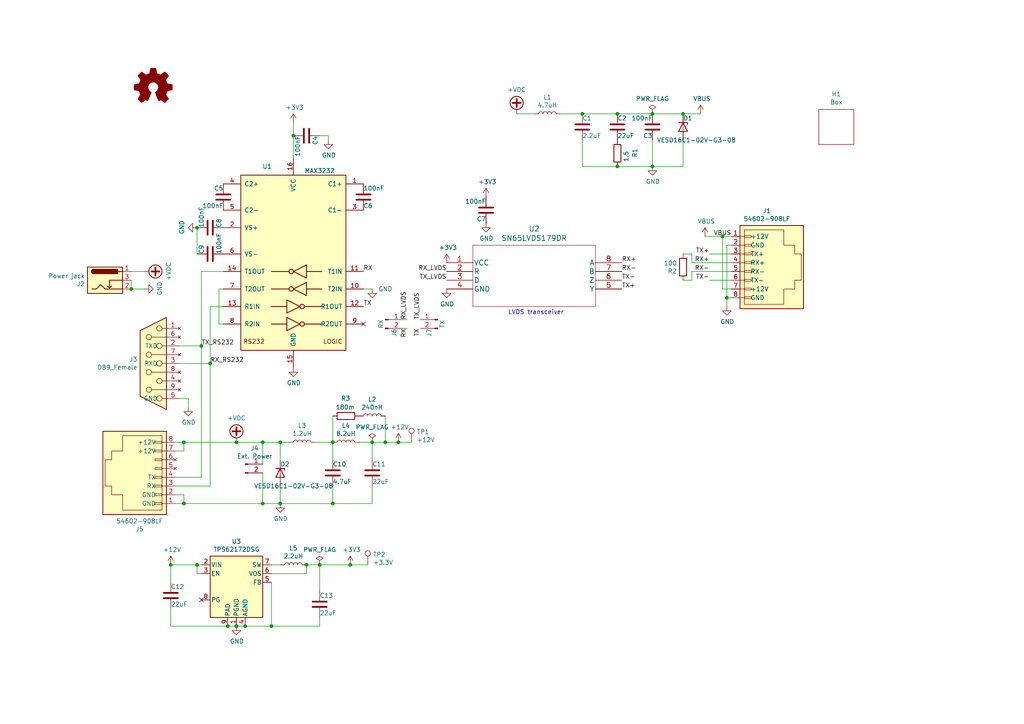
<source format=kicad_sch>
(kicad_sch (version 20211123) (generator eeschema)
  (paper "A4")
  (title_block (title "horOpenVario serial converter for IMU board") (date "12-Jul-2020") (rev "0.1") (company "OpenVario.org") (comment 1 "Licensed under CERN OHL v.1.2 or later") (comment 2 "(c) Kai Horstmann 2020") (comment 3 "This is a converter from RS-232 or TTL to LVDS") (comment 4 "Serial converter for Sensor board of OpenVario"))
  (lib_symbols
    (symbol "Connector:Barrel_Jack_Switch" (pin_names hide)
      (property "Reference" "J" (at 0 5.334 0))
      (property "Value" "Barrel_Jack_Switch" (at 0 -5.08 0))
      (symbol "Barrel_Jack_Switch_1_1"
        (pin passive line (at 7.62 2.54 180) (length 2.54) (name "~") (number "1"))
        (pin passive line (at 7.62 -2.54 180) (length 2.54) (name "~") (number "2"))
        (pin passive line (at 7.62 0 180) (length 2.54) (name "~") (number "3"))
      )
    )
    (symbol "Connector:Conn_01x02_Male" (pin_names (offset 1.016) hide)
      (property "Reference" "J" (at 0 2.54 0))
      (property "Value" "Conn_01x02_Male" (at 0 -5.08 0))
      (symbol "Conn_01x02_Male_1_1"
        (pin passive line (at 5.08 0 180) (length 3.81) (name "Pin_1") (number "1"))
        (pin passive line (at 5.08 -2.54 180) (length 3.81) (name "Pin_2") (number "2"))
      )
    )
    (symbol "Connector:TestPoint" (pin_numbers hide) (pin_names (offset 0.762) hide)
      (property "Reference" "TP" (at 0 6.858 0))
      (property "Value" "TestPoint" (at 0 5.08 0))
      (symbol "TestPoint_1_1"
        (pin passive line (at 0 0 90) (length 2.54) (name "1") (number "1"))
      )
    )
    (symbol "Device:C" (pin_numbers hide) (pin_names (offset 0.254))
      (property "Reference" "C" (at 0.635 2.54 0))
      (property "Value" "C" (at 0.635 -2.54 0))
      (symbol "C_1_1"
        (pin passive line (at 0 3.81 270) (length 2.794) (name "~") (number "1"))
        (pin passive line (at 0 -3.81 90) (length 2.794) (name "~") (number "2"))
      )
    )
    (symbol "Device:D_Zener" (pin_numbers hide) (pin_names (offset 1.016) hide)
      (property "Reference" "D" (at 0 2.54 0))
      (property "Value" "D_Zener" (at 0 -2.54 0))
      (symbol "D_Zener_1_1"
        (pin passive line (at -3.81 0 0) (length 2.54) (name "K") (number "1"))
        (pin passive line (at 3.81 0 180) (length 2.54) (name "A") (number "2"))
      )
    )
    (symbol "Device:L" (pin_numbers hide) (pin_names (offset 1.016) hide)
      (property "Reference" "L" (at -1.27 0 90))
      (property "Value" "L" (at 1.905 0 90))
      (symbol "L_1_1"
        (pin passive line (at 0 3.81 270) (length 1.27) (name "1") (number "1"))
        (pin passive line (at 0 -3.81 90) (length 1.27) (name "2") (number "2"))
      )
    )
    (symbol "Device:R" (pin_numbers hide) (pin_names (offset 0))
      (property "Reference" "R" (at 2.032 0 90))
      (property "Value" "R" (at 0 0 90))
      (symbol "R_1_1"
        (pin passive line (at 0 3.81 270) (length 1.27) (name "~") (number "1"))
        (pin passive line (at 0 -3.81 90) (length 1.27) (name "~") (number "2"))
      )
    )
    (symbol "Graphic:Logo_Open_Hardware_Small" (pin_names (offset 1.016)))
    (symbol "Interface_UART:MAX3232" (pin_names (offset 1.016))
      (property "Reference" "U" (at -2.54 28.575 0))
      (property "Value" "MAX3232" (at -2.54 26.67 0))
      (symbol "MAX3232_0_0"
        (text "LOGIC" (at -11.43 -22.86 0) (effects (font (size 1.27 1.27))))
        (text "RS232" (at 11.43 -22.86 0) (effects (font (size 1.27 1.27))))
      )
      (symbol "MAX3232_1_1"
        (pin passive line (at -20.32 22.86 0) (length 5.08) (name "C1+") (number "1"))
        (pin input line (at -20.32 -7.62 0) (length 5.08) (name "T2IN") (number "10"))
        (pin input line (at -20.32 -2.54 0) (length 5.08) (name "T1IN") (number "11"))
        (pin output line (at -20.32 -12.7 0) (length 5.08) (name "R1OUT") (number "12"))
        (pin input line (at 20.32 -12.7 180) (length 5.08) (name "R1IN") (number "13"))
        (pin output line (at 20.32 -2.54 180) (length 5.08) (name "T1OUT") (number "14"))
        (pin power_in line (at 0 -30.48 90) (length 5.08) (name "GND") (number "15"))
        (pin power_in line (at 0 30.48 270) (length 5.08) (name "VCC") (number "16"))
        (pin power_out line (at 20.32 10.16 180) (length 5.08) (name "VS+") (number "2"))
        (pin passive line (at -20.32 15.24 0) (length 5.08) (name "C1-") (number "3"))
        (pin passive line (at 20.32 22.86 180) (length 5.08) (name "C2+") (number "4"))
        (pin passive line (at 20.32 15.24 180) (length 5.08) (name "C2-") (number "5"))
        (pin power_out line (at 20.32 2.54 180) (length 5.08) (name "VS-") (number "6"))
        (pin output line (at 20.32 -7.62 180) (length 5.08) (name "T2OUT") (number "7"))
        (pin input line (at 20.32 -17.78 180) (length 5.08) (name "R2IN") (number "8"))
        (pin output line (at -20.32 -17.78 0) (length 5.08) (name "R2OUT") (number "9"))
      )
    )
    (symbol "Regulator_Switching:TPS62172DSG" (pin_names (offset 0.254))
      (property "Reference" "U" (at -7.62 11.43 0))
      (property "Value" "TPS62172DSG" (at -1.27 11.43 0))
      (symbol "TPS62172DSG_1_1"
        (pin power_in line (at 0 -10.16 90) (length 2.54) (name "PGND") (number "1"))
        (pin power_in line (at -10.16 7.62 0) (length 2.54) (name "VIN") (number "2"))
        (pin input line (at -10.16 5.08 0) (length 2.54) (name "EN") (number "3"))
        (pin power_in line (at 2.54 -10.16 90) (length 2.54) (name "AGND") (number "4"))
        (pin input line (at 10.16 2.54 180) (length 2.54) (name "FB") (number "5"))
        (pin input line (at 10.16 5.08 180) (length 2.54) (name "VOS") (number "6"))
        (pin output line (at 10.16 7.62 180) (length 2.54) (name "SW") (number "7"))
        (pin open_collector line (at -10.16 -2.54 0) (length 2.54) (name "PG") (number "8"))
        (pin power_in line (at -2.54 -10.16 90) (length 2.54) (name "PAD") (number "9"))
      )
    )
    (symbol "hovImuBoard:Box" (pin_names (offset 1.016))
      (property "Reference" "H" (at 0 0 0))
      (property "Value" "Box" (at 0 2.54 0))
    )
    (symbol "hovImuBoard:DB9_Female_RS-232-DCE" (pin_names (offset 2.54))
      (property "Reference" "J" (at 0 13.97 0))
      (property "Value" "DB9_Female_RS-232-DCE" (at 0 -14.605 0))
      (symbol "DB9_Female_RS-232-DCE_1_1"
        (pin no_connect line (at -7.62 10.16 0) (length 3.81) (name "~") (number "1"))
        (pin passive line (at -7.62 5.08 0) (length 3.81) (name "TXD") (number "2"))
        (pin passive line (at -7.62 0 0) (length 3.81) (name "RXD") (number "3"))
        (pin no_connect line (at -7.62 -5.08 0) (length 3.81) (name "~") (number "4"))
        (pin power_in line (at -7.62 -10.16 0) (length 3.81) (name "GND") (number "5"))
        (pin no_connect line (at -7.62 7.62 0) (length 3.81) (name "~") (number "6"))
        (pin no_connect line (at -7.62 2.54 0) (length 3.81) (name "~") (number "7"))
        (pin no_connect line (at -7.62 -2.54 0) (length 3.81) (name "~") (number "8"))
        (pin no_connect line (at -7.62 -7.62 0) (length 3.81) (name "~") (number "9"))
      )
    )
    (symbol "hovImuBoard:RJ-45-IGC-DCE-Recorder" (pin_names (offset 3.048))
      (property "Reference" "J" (at -10.922 9.144 0))
      (property "Value" "RJ-45-IGC-DCE-Recorder" (at 1.27 -2.032 0))
      (symbol "RJ-45-IGC-DCE-Recorder_1_1"
        (pin passive line (at -7.62 10.16 270) (length 2.54) (name "GND") (number "1"))
        (pin power_out line (at -5.08 10.16 270) (length 2.54) (name "GND") (number "2"))
        (pin output line (at -2.54 10.16 270) (length 2.54) (name "RX") (number "3"))
        (pin input line (at 0 10.16 270) (length 2.54) (name "TX") (number "4"))
        (pin no_connect line (at 2.54 10.16 270) (length 2.54) (name "~") (number "5"))
        (pin no_connect line (at 5.08 10.16 270) (length 2.54) (name "~") (number "6"))
        (pin power_out line (at 7.62 10.16 270) (length 2.54) (name "+12V") (number "7"))
        (pin passive line (at 10.16 10.16 270) (length 2.54) (name "+12V") (number "8"))
      )
    )
    (symbol "hovImuBoard:RJ-45-hovIMUBoard-DTE-PC" (pin_names (offset 3.048))
      (property "Reference" "J" (at -10.922 9.144 0))
      (property "Value" "RJ-45-hovIMUBoard-DTE-PC" (at 1.27 -2.032 0))
      (symbol "RJ-45-hovIMUBoard-DTE-PC_1_1"
        (pin power_in line (at -7.62 10.16 270) (length 2.54) (name "+12V") (number "1"))
        (pin power_in line (at -5.08 10.16 270) (length 2.54) (name "GND") (number "2"))
        (pin input line (at -2.54 10.16 270) (length 2.54) (name "TX+") (number "3"))
        (pin output line (at 0 10.16 270) (length 2.54) (name "RX+") (number "4"))
        (pin output line (at 2.54 10.16 270) (length 2.54) (name "RX-") (number "5"))
        (pin input line (at 5.08 10.16 270) (length 2.54) (name "TX-") (number "6"))
        (pin power_in line (at 7.62 10.16 270) (length 2.54) (name "+12V") (number "7"))
        (pin power_in line (at 10.16 10.16 270) (length 2.54) (name "GND") (number "8"))
      )
    )
    (symbol "hovImuBoard:SN65HVD32DR" (pin_names (offset 0.254))
      (property "Reference" "U" (at 25.4 10.16 0))
      (property "Value" "SN65HVD32DR" (at 25.4 7.62 0))
      (symbol "SN65HVD32DR_1_0"
        (pin power_in line (at 0 0 0) (length 7.62) (name "VCC") (number "1"))
        (pin output line (at 0 -2.54 0) (length 7.62) (name "R") (number "2"))
        (pin input line (at 0 -5.08 0) (length 7.62) (name "D") (number "3"))
        (pin power_in line (at 0 -7.62 0) (length 7.62) (name "GND") (number "4"))
        (pin output line (at 50.8 -7.62 180) (length 7.62) (name "Y") (number "5"))
        (pin output line (at 50.8 -5.08 180) (length 7.62) (name "Z") (number "6"))
        (pin input line (at 50.8 -2.54 180) (length 7.62) (name "B") (number "7"))
        (pin input line (at 50.8 0 180) (length 7.62) (name "A") (number "8"))
      )
    )
    (symbol "power:+12V" (power) (pin_names (offset 0))
      (property "Value" "+12V" (at 0 3.556 0))
      (symbol "+12V_1_1"
        (pin power_in line (at 0 0 90) (length 0) hide (name "+12V") (number "1"))
      )
    )
    (symbol "power:+3.3V" (power) (pin_names (offset 0))
      (property "Value" "+3.3V" (at 0 3.556 0))
      (symbol "+3.3V_1_1"
        (pin power_in line (at 0 0 90) (length 0) hide (name "+3V3") (number "1"))
      )
    )
    (symbol "power:+VDC" (power) (pin_names (offset 0))
      (property "Value" "+VDC" (at 0 6.35 0))
      (symbol "+VDC_1_1"
        (pin power_in line (at 0 0 90) (length 0) hide (name "+VDC") (number "1"))
      )
    )
    (symbol "power:GND" (power) (pin_names (offset 0))
      (property "Value" "GND" (at 0 -3.81 0))
      (symbol "GND_1_1"
        (pin power_in line (at 0 0 270) (length 0) hide (name "GND") (number "1"))
      )
    )
    (symbol "power:PWR_FLAG" (power) (pin_numbers hide) (pin_names (offset 0) hide)
      (property "Value" "PWR_FLAG" (at 0 3.81 0))
      (symbol "PWR_FLAG_0_0"
        (pin power_out line (at 0 0 90) (length 0) (name "pwr") (number "1"))
      )
    )
    (symbol "power:VBUS" (power) (pin_names (offset 0))
      (property "Value" "VBUS" (at 0 3.81 0))
      (symbol "VBUS_1_1"
        (pin power_in line (at 0 0 90) (length 0) hide (name "VBUS") (number "1"))
      )
    )
  )
  (junction (at 60.96 105.41))
  (junction (at 179.07 48.26))
  (junction (at 115.57 128.27))
  (junction (at 111.76 128.27))
  (junction (at 71.12 181.61))
  (junction (at 81.28 146.05))
  (junction (at 107.95 128.27))
  (junction (at 198.12 33.02))
  (junction (at 53.34 146.05))
  (junction (at 189.23 48.26))
  (junction (at 210.82 86.36))
  (junction (at 57.15 66.04))
  (junction (at 38.1 83.82))
  (junction (at 189.23 33.02))
  (junction (at 76.2 146.05))
  (junction (at 92.71 163.83))
  (junction (at 209.55 68.58))
  (junction (at 68.58 181.61))
  (junction (at 88.9 163.83))
  (junction (at 78.74 181.61))
  (junction (at 96.52 146.05))
  (junction (at 53.34 128.27))
  (junction (at 168.91 33.02))
  (junction (at 57.15 163.83))
  (junction (at 49.53 163.83))
  (junction (at 58.42 100.33))
  (junction (at 101.6 163.83))
  (junction (at 66.04 181.61))
  (junction (at 68.58 128.27))
  (junction (at 96.52 128.27))
  (junction (at 81.28 128.27))
  (junction (at 179.07 33.02))
  (junction (at 85.09 39.37))
  (junction (at 76.2 128.27))
  (no_connect (at 105.41 93.98))
  (no_connect (at 58.42 173.99))
  (wire (pts (xy 53.34 128.27) (xy 50.8 128.27)))
  (wire (pts (xy 78.74 168.91) (xy 78.74 181.61)))
  (wire (pts (xy 76.2 137.16) (xy 76.2 146.05)))
  (wire (pts (xy 101.6 163.83) (xy 106.68 163.83)))
  (wire (pts (xy 88.9 166.37) (xy 88.9 163.83)))
  (wire (pts (xy 209.55 83.82) (xy 209.55 68.58)))
  (wire (pts (xy 57.15 166.37) (xy 58.42 166.37)))
  (wire (pts (xy 212.09 81.28) (xy 205.74 81.28)))
  (wire (pts (xy 50.8 138.43) (xy 58.42 138.43)))
  (wire (pts (xy 212.09 86.36) (xy 210.82 86.36)))
  (wire (pts (xy 58.42 100.33) (xy 58.42 78.74)))
  (wire (pts (xy 85.09 39.37) (xy 85.09 35.56)))
  (wire (pts (xy 189.23 40.64) (xy 189.23 48.26)))
  (wire (pts (xy 49.53 163.83) (xy 49.53 168.91)))
  (wire (pts (xy 50.8 146.05) (xy 53.34 146.05)))
  (wire (pts (xy 149.86 33.02) (xy 154.94 33.02)))
  (wire (pts (xy 71.12 181.61) (xy 78.74 181.61)))
  (wire (pts (xy 209.55 68.58) (xy 212.09 68.58)))
  (wire (pts (xy 49.53 176.53) (xy 49.53 181.61)))
  (wire (pts (xy 189.23 33.02) (xy 198.12 33.02)))
  (wire (pts (xy 198.12 40.64) (xy 198.12 48.26)))
  (wire (pts (xy 104.14 128.27) (xy 107.95 128.27)))
  (wire (pts (xy 57.15 166.37) (xy 57.15 163.83)))
  (wire (pts (xy 198.12 81.28) (xy 200.66 81.28)))
  (wire (pts (xy 52.07 100.33) (xy 58.42 100.33)))
  (wire (pts (xy 68.58 128.27) (xy 76.2 128.27)))
  (wire (pts (xy 50.8 130.81) (xy 53.34 130.81)))
  (wire (pts (xy 179.07 48.26) (xy 168.91 48.26)))
  (wire (pts (xy 116.84 95.25) (xy 118.11 95.25)))
  (wire (pts (xy 111.76 128.27) (xy 111.76 120.65)))
  (wire (pts (xy 81.28 128.27) (xy 81.28 133.35)))
  (wire (pts (xy 200.66 81.28) (xy 200.66 78.74)))
  (wire (pts (xy 78.74 181.61) (xy 92.71 181.61)))
  (wire (pts (xy 81.28 128.27) (xy 83.82 128.27)))
  (wire (pts (xy 57.15 163.83) (xy 58.42 163.83)))
  (wire (pts (xy 168.91 48.26) (xy 168.91 40.64)))
  (wire (pts (xy 96.52 128.27) (xy 96.52 133.35)))
  (wire (pts (xy 50.8 143.51) (xy 53.34 143.51)))
  (wire (pts (xy 76.2 128.27) (xy 81.28 128.27)))
  (wire (pts (xy 49.53 163.83) (xy 57.15 163.83)))
  (wire (pts (xy 212.09 83.82) (xy 209.55 83.82)))
  (wire (pts (xy 38.1 78.74) (xy 41.91 78.74)))
  (wire (pts (xy 52.07 105.41) (xy 60.96 105.41)))
  (wire (pts (xy 200.66 78.74) (xy 212.09 78.74)))
  (wire (pts (xy 76.2 146.05) (xy 81.28 146.05)))
  (wire (pts (xy 96.52 128.27) (xy 96.52 120.65)))
  (wire (pts (xy 92.71 179.07) (xy 92.71 181.61)))
  (wire (pts (xy 96.52 146.05) (xy 96.52 140.97)))
  (wire (pts (xy 212.09 71.12) (xy 210.82 71.12)))
  (wire (pts (xy 76.2 134.62) (xy 76.2 128.27)))
  (wire (pts (xy 92.71 163.83) (xy 101.6 163.83)))
  (wire (pts (xy 58.42 138.43) (xy 58.42 100.33)))
  (wire (pts (xy 68.58 181.61) (xy 71.12 181.61)))
  (wire (pts (xy 189.23 48.26) (xy 179.07 48.26)))
  (wire (pts (xy 200.66 76.2) (xy 212.09 76.2)))
  (wire (pts (xy 38.1 83.82) (xy 41.91 83.82)))
  (wire (pts (xy 179.07 33.02) (xy 189.23 33.02)))
  (wire (pts (xy 198.12 33.02) (xy 203.2 33.02)))
  (wire (pts (xy 49.53 181.61) (xy 66.04 181.61)))
  (wire (pts (xy 78.74 166.37) (xy 88.9 166.37)))
  (wire (pts (xy 66.04 181.61) (xy 68.58 181.61)))
  (wire (pts (xy 116.84 92.71) (xy 118.11 92.71)))
  (wire (pts (xy 58.42 78.74) (xy 64.77 78.74)))
  (wire (pts (xy 63.5 83.82) (xy 63.5 93.98)))
  (wire (pts (xy 53.34 128.27) (xy 68.58 128.27)))
  (wire (pts (xy 60.96 88.9) (xy 60.96 105.41)))
  (wire (pts (xy 200.66 73.66) (xy 200.66 76.2)))
  (wire (pts (xy 210.82 86.36) (xy 210.82 88.9)))
  (wire (pts (xy 105.41 83.82) (xy 107.95 83.82)))
  (wire (pts (xy 162.56 33.02) (xy 168.91 33.02)))
  (wire (pts (xy 53.34 146.05) (xy 76.2 146.05)))
  (wire (pts (xy 96.52 146.05) (xy 107.95 146.05)))
  (wire (pts (xy 210.82 71.12) (xy 210.82 86.36)))
  (wire (pts (xy 107.95 133.35) (xy 107.95 128.27)))
  (wire (pts (xy 198.12 73.66) (xy 200.66 73.66)))
  (wire (pts (xy 60.96 105.41) (xy 60.96 140.97)))
  (wire (pts (xy 85.09 45.72) (xy 85.09 39.37)))
  (wire (pts (xy 38.1 81.28) (xy 38.1 83.82)))
  (wire (pts (xy 50.8 140.97) (xy 60.96 140.97)))
  (wire (pts (xy 54.61 115.57) (xy 54.61 118.11)))
  (wire (pts (xy 88.9 163.83) (xy 92.71 163.83)))
  (wire (pts (xy 107.95 146.05) (xy 107.95 140.97)))
  (wire (pts (xy 92.71 171.45) (xy 92.71 163.83)))
  (wire (pts (xy 53.34 130.81) (xy 53.34 128.27)))
  (wire (pts (xy 212.09 73.66) (xy 205.74 73.66)))
  (wire (pts (xy 57.15 73.66) (xy 57.15 66.04)))
  (wire (pts (xy 115.57 128.27) (xy 119.38 128.27)))
  (wire (pts (xy 107.95 128.27) (xy 111.76 128.27)))
  (wire (pts (xy 168.91 33.02) (xy 179.07 33.02)))
  (wire (pts (xy 81.28 146.05) (xy 96.52 146.05)))
  (wire (pts (xy 52.07 115.57) (xy 54.61 115.57)))
  (wire (pts (xy 91.44 128.27) (xy 96.52 128.27)))
  (wire (pts (xy 53.34 143.51) (xy 53.34 146.05)))
  (wire (pts (xy 204.47 68.58) (xy 209.55 68.58)))
  (wire (pts (xy 92.71 39.37) (xy 95.25 39.37)))
  (wire (pts (xy 64.77 83.82) (xy 63.5 83.82)))
  (wire (pts (xy 198.12 48.26) (xy 189.23 48.26)))
  (wire (pts (xy 63.5 93.98) (xy 64.77 93.98)))
  (wire (pts (xy 115.57 128.27) (xy 111.76 128.27)))
  (wire (pts (xy 60.96 88.9) (xy 64.77 88.9)))
  (wire (pts (xy 78.74 163.83) (xy 81.28 163.83)))
  (wire (pts (xy 95.25 39.37) (xy 95.25 40.64)))
  (wire (pts (xy 81.28 140.97) (xy 81.28 146.05)))
  (text "LVDS transceiver" (at 147.32 91.44 0) (effects (font (size 1.27 1.27)) (justify left bottom)))
  (label "TX-" (at 180.34 81.28 0))
  (label "TX_LVDS" (at 129.54 81.28 180))
  (label "TX" (at 121.92 95.25 270))
  (label "TX-" (at 205.74 81.28 180))
  (label "RX_LVDS" (at 129.54 78.74 180))
  (label "RX-" (at 180.34 78.74 0))
  (label "TX" (at 105.41 88.9 0))
  (label "RX-" (at 205.74 78.74 180))
  (label "RX" (at 118.11 95.25 270))
  (label "RX+" (at 180.34 76.2 0))
  (label "RX_LVDS" (at 118.11 92.71 90))
  (label "RX_RS232" (at 60.96 105.41 0))
  (label "TX+" (at 180.34 83.82 0))
  (label "TX_LVDS" (at 121.92 92.71 90))
  (label "VBUS" (at 212.09 68.58 180))
  (label "RX" (at 105.41 78.74 0))
  (label "TX+" (at 205.74 73.66 180))
  (label "RX+" (at 205.74 76.2 180))
  (label "TX_RS232" (at 58.42 100.33 0))
  (symbol (lib_id "hovImuBoard:RJ-45-hovIMUBoard-DTE-PC") (at 222.25 76.2 90) (mirror x) (unit 1)
    (property "Reference" "J1" (at 222.4024 61.1632 90))
    (property "Value" "54602-908LF" (at 222.4024 63.4746 90))
    (property "Footprint" "hovImuBoard:Ethernet_Jack_54602-908LF" (effects hide))
    (property "Digi-Key_PN" "609-1046-ND" (effects hide))
    (property "MPN" "54602-908LF" (effects hide))
    (property "Description" "CONN MOD JACK 8P8C R/A UNSHLD" (effects hide))
    (property "Manufacturer" "Amphenol ICC (FCI)" (effects hide))
  )
  (symbol (lib_id "power:GND") (at 81.28 146.05 0) (unit 1)
    (property "Reference" "#PWR020" (effects hide))
    (property "Value" "GND" (at 81.407 150.4442 0))
  )
  (symbol (lib_id "power:GND") (at 140.97 64.77 0) (unit 1)
    (property "Reference" "#PWR07" (effects hide))
    (property "Value" "GND" (at 141.097 69.1642 0))
  )
  (symbol (lib_id "hovImuBoard:SN65HVD32DR") (at 129.54 76.2 0) (unit 1)
    (property "Reference" "U2" (at 154.94 66.3702 0) (effects (font (size 1.524 1.524))))
    (property "Value" "SN65LVDS179DR" (at 154.94 69.0626 0) (effects (font (size 1.524 1.524))))
    (property "Footprint" "Package_SO:SOIC-8_3.9x4.9mm_P1.27mm" (effects hide))
    (property "Datasheet" "http://www.ti.com/general/docs/suppproductinfo.tsp?distId=10&gotoUrl=http%3A%2F%2Fwww.ti.com%2Flit%2Fgpn%2Fsn65lvds050" (effects hide))
    (property "Digi-Key_PN" "296-46329-1-ND" (effects hide))
    (property "MPN" "SN65LVDS179DR" (effects hide))
    (property "Manufacturer" "Texas Instruments" (effects hide))
    (property "Description" "LVDS TRANSCEIVER FULL 1/1 8SOIC" (effects hide))
  )
  (symbol (lib_id "power:PWR_FLAG") (at 107.95 128.27 0) (unit 1)
    (property "Reference" "#FLG01" (effects hide))
    (property "Value" "PWR_FLAG" (at 107.95 123.8758 0))
  )
  (symbol (lib_id "Regulator_Switching:TPS62172DSG") (at 68.58 171.45 0) (unit 1)
    (property "Reference" "U3" (at 68.58 157.0482 0))
    (property "Value" "TPS62172DSG" (at 68.58 159.3596 0))
    (property "Footprint" "Package_SON:WSON-8-1EP_2x2mm_P0.5mm_EP0.9x1.6mm_ThermalVias" (effects hide))
    (property "Datasheet" "http://www.ti.com/lit/ds/symlink/tps62170.pdf" (effects hide))
    (property "Digi-Key_PN" "296-39449-1-ND" (effects hide))
    (property "MPN" "TPS62172DSGR" (effects hide))
    (property "Manufacturer" "Texas Instruments" (effects hide))
    (property "Description" "IC REG BUCK 3.3V 500MA 8WSON" (effects hide))
  )
  (symbol (lib_id "Device:C") (at 140.97 60.96 0) (unit 1)
    (property "Reference" "C7" (at 140.97 63.5 0) (effects (justify right)))
    (property "Value" "100nF" (at 140.97 58.42 0) (effects (justify right)))
    (property "Footprint" "Capacitor_SMD:C_0603_1608Metric" (effects hide))
    (property "Datasheet" "https://www.yageo.com/upload/media/product/productsearch/datasheet/mlcc/UPY-GPHC_X7R_6.3V-to-50V_18.pdf" (effects hide))
    (property "Digi-Key_PN" "311-1341-1-ND" (effects hide))
    (property "MPN" "CC0603KRX7R8BB104" (effects hide))
    (property "Manufacturer" "Yageo" (effects hide))
    (property "Description" "CAP CER 0.1UF 25V X7R 0603" (effects hide))
  )
  (symbol (lib_id "Device:D_Zener") (at 81.28 137.16 270) (unit 1)
    (property "Reference" "D2" (at 81.28 134.62 90) (effects (justify left)))
    (property "Value" "VESD16C1-02V-G3-08" (at 73.66 140.97 90) (effects (justify left)))
    (property "Footprint" "Diode_SMD:D_SOD-523" (effects hide))
    (property "Datasheet" "http://www.vishay.com/docs/86130/vesd01c1-02vtovesd33c1-02v.pdf" (effects hide))
    (property "Digi-Key_PN" "VESD16C1-02V-G3-08GICT-ND" (effects hide))
    (property "MPN" "VESD16C1-02V-G3-08" (effects hide))
    (property "Manufacturer" "Vishay Semiconductor Diodes Division" (effects hide))
    (property "Description" "ESD PROTECTION DIODE 17V 6.3A SOD-523" (effects hide))
  )
  (symbol (lib_id "power:+12V") (at 115.57 128.27 0) (unit 1)
    (property "Reference" "#PWR019" (effects hide))
    (property "Value" "+12V" (at 115.951 123.8758 0))
  )
  (symbol (lib_id "Device:R") (at 198.12 77.47 180) (unit 1)
    (property "Reference" "R2" (at 196.342 78.6384 0) (effects (justify left)))
    (property "Value" "100" (at 196.342 76.327 0) (effects (justify left)))
    (property "Footprint" "Resistor_SMD:R_0603_1608Metric" (effects hide))
    (property "Datasheet" "https://industrial.panasonic.com/cdbs/www-data/pdf/RDO0000/AOA0000C331.pdf" (effects hide))
    (property "Digi-Key_PN" "P100BYCT-ND" (effects hide))
    (property "MPN" "ERJ-PA3F1000V" (effects hide))
    (property "Manufacturer" "Panasonic Electronic Components" (effects hide))
    (property "Description" "RES SMD 100 OHM 1% 1/4W 0603" (effects hide))
  )
  (symbol (lib_id "Device:R") (at 100.33 120.65 90) (unit 1)
    (property "Reference" "R3" (at 101.6 115.57 90) (effects (justify left)))
    (property "Value" "180m" (at 102.87 118.11 90) (effects (justify left)))
    (property "Footprint" "Resistor_SMD:R_0805_2012Metric" (effects hide))
    (property "Datasheet" "https://industrial.panasonic.com/cdbs/www-data/pdf/RDN0000/AOA0000C313.pdf" (effects hide))
    (property "Digi-Key_PN" "P19314CT-ND" (effects hide))
    (property "MPN" "ERJ-6DSFR18V" (effects hide))
    (property "Manufacturer" "Panasonic Electronic Components" (effects hide))
    (property "Description" "RES 0.18 OHM 1% 1/2W 0805" (effects hide))
  )
  (symbol (lib_id "Device:L") (at 85.09 163.83 90) (unit 1)
    (property "Reference" "L5" (at 85.09 159.004 90))
    (property "Value" "2.2uH" (at 85.09 161.3154 90))
    (property "Footprint" "hovImuBoard:IND_LQH3NPN2R2MMEL" (effects hide))
    (property "Datasheet" "https://www.yuden.co.jp/productdata/catalog/wound04_e.pdf" (effects hide))
    (property "Digi-Key_PN" "490-15950-1-ND" (effects hide))
    (property "MPN" "LQH3NPN2R2MMEL" (effects hide))
    (property "Manufacturer" "Murata Electronics" (effects hide))
    (property "Description" "FIXED IND 2.2UH 2.1A 78 MOHM" (effects hide))
  )
  (symbol (lib_id "Device:C") (at 49.53 172.72 180) (unit 1)
    (property "Reference" "C12" (at 49.53 170.18 0) (effects (justify right)))
    (property "Value" "22uF" (at 49.53 175.26 0) (effects (justify right)))
    (property "Footprint" "Capacitor_SMD:C_1210_3225Metric" (effects hide))
    (property "Datasheet" "http://www.samsungsem.com/kr/support/product-search/mlcc/CL32B226KAJNNNE.jsp" (effects hide))
    (property "Digi-Key_PN" "1276-3392-1-ND" (effects hide))
    (property "MPN" "CL32B226KAJNNNE" (effects hide))
    (property "Manufacturer" "Samsung Electro-Mechanics" (effects hide))
    (property "Description" "CAP CER 22UF 25V X7R 1210" (effects hide))
  )
  (symbol (lib_id "power:GND") (at 68.58 181.61 0) (unit 1)
    (property "Reference" "#PWR023" (effects hide))
    (property "Value" "GND" (at 68.707 186.0042 0))
  )
  (symbol (lib_id "Device:C") (at 96.52 137.16 180) (unit 1)
    (property "Reference" "C10" (at 96.52 134.62 0) (effects (justify right)))
    (property "Value" "4.7uF" (at 96.52 139.7 0) (effects (justify right)))
    (property "Footprint" "Capacitor_SMD:C_1206_3216Metric" (effects hide))
    (property "Datasheet" "https://api.kemet.com/component-edge/download/datasheet/C1206C475K3RACTU.pdf" (effects hide))
    (property "Digi-Key_PN" "399-8204-1-ND" (effects hide))
    (property "MPN" "C1206C475K3RACTU" (effects hide))
    (property "Manufacturer" "KEMET" (effects hide))
    (property "Description" "CAP CER 4.7UF 25V X7R 1206" (effects hide))
  )
  (symbol (lib_id "Device:L") (at 87.63 128.27 90) (unit 1)
    (property "Reference" "L3" (at 87.63 123.444 90))
    (property "Value" "1.2uH" (at 87.63 125.7554 90))
    (property "Footprint" "hovImuBoard:IND_1231AS-H-1R2N=P3" (effects hide))
    (property "Datasheet" "https://www.murata.com/~/media/webrenewal/products/inductor/chip/tokoproducts/wirewoundferritetypeforpl/m_dem3518c.ashx" (effects hide))
    (property "Digi-Key_PN" "490-14180-1-ND" (effects hide))
    (property "MPN" "1231AS-H-1R2N=P3" (effects hide))
    (property "Manufacturer" "Murata Electronics" (effects hide))
    (property "Description" "FIXED IND 1.2UH 2.9A 36 MOHM" (effects hide))
  )
  (symbol (lib_id "power:+VDC") (at 68.58 128.27 0) (unit 1)
    (property "Reference" "#PWR018" (effects hide))
    (property "Value" "+VDC" (at 68.58 121.285 0))
  )
  (symbol (lib_id "Connector:Conn_01x02_Male") (at 71.12 134.62 0) (unit 1)
    (property "Reference" "J4" (at 73.8632 130.0226 0))
    (property "Value" "Ext. Power" (at 73.8632 132.334 0))
    (property "Footprint" "Connector_PinHeader_2.54mm:PinHeader_1x02_P2.54mm_Vertical" (effects hide))
    (property "Description" "PinHeader1x02 P2.54mm Vertical" (effects hide))
  )
  (symbol (lib_id "Connector:TestPoint") (at 119.38 128.27 0) (unit 1)
    (property "Reference" "TP1" (at 120.8532 125.2728 0) (effects (justify left)))
    (property "Value" "+12V" (at 120.8532 127.5842 0) (effects (justify left)))
    (property "Footprint" "TestPoint:TestPoint_THTPad_D1.0mm_Drill0.5mm" (effects hide))
  )
  (symbol (lib_id "power:+3.3V") (at 101.6 163.83 0) (unit 1)
    (property "Reference" "#PWR022" (effects hide))
    (property "Value" "+3.3V" (at 101.981 159.4358 0))
  )
  (symbol (lib_id "Graphic:Logo_Open_Hardware_Small") (at 44.45 25.4 0) (unit 1)
    (property "Reference" "LOGO1" (effects hide))
    (property "Value" "Logo_Open_Hardware_Small" (effects hide))
    (property "Footprint" "Symbol:OSHW-Symbol_6.7x6mm_SilkScreen" (effects hide))
  )
  (symbol (lib_id "Connector:TestPoint") (at 106.68 163.83 0) (unit 1)
    (property "Reference" "TP2" (at 108.1532 160.8328 0) (effects (justify left)))
    (property "Value" "+3.3V" (at 108.1532 163.1442 0) (effects (justify left)))
    (property "Footprint" "TestPoint:TestPoint_THTPad_D1.0mm_Drill0.5mm" (effects hide))
  )
  (symbol (lib_id "Device:L") (at 100.33 128.27 90) (unit 1)
    (property "Reference" "L4" (at 100.33 123.444 90))
    (property "Value" "8.2uH" (at 100.33 125.7554 90))
    (property "Footprint" "hovImuBoard:IND_LQH43PH8R2M26L" (effects hide))
    (property "Datasheet" "https://search.murata.co.jp/Ceramy/image/img/P02/JELF243A-9137.pdf" (effects hide))
    (property "Digi-Key_PN" "490-16115-1-ND" (effects hide))
    (property "MPN" "LQH43PH8R2M26L" (effects hide))
    (property "Manufacturer" "Murata Electronics" (effects hide))
    (property "Description" "FIXED IND 8.2UH 1.3A 153.6 MOHM" (effects hide))
  )
  (symbol (lib_id "power:+3.3V") (at 140.97 57.15 0) (unit 1)
    (property "Reference" "#PWR06" (effects hide))
    (property "Value" "+3.3V" (at 141.351 52.7558 0))
  )
  (symbol (lib_id "power:PWR_FLAG") (at 92.71 163.83 0) (unit 1)
    (property "Reference" "#FLG02" (effects hide))
    (property "Value" "PWR_FLAG" (at 92.71 159.4358 0))
  )
  (symbol (lib_id "Device:L") (at 107.95 120.65 90) (unit 1)
    (property "Reference" "L2" (at 107.95 115.824 90))
    (property "Value" "240nH" (at 107.95 118.1354 90))
    (property "Footprint" "Inductor_SMD:L_0805_2012Metric" (effects hide))
    (property "Datasheet" "https://search.murata.co.jp/Ceramy/image/img/P02/JELF243B-0070.pdf" (effects hide))
    (property "Digi-Key_PN" "490-15988-1-ND" (effects hide))
    (property "MPN" "LQM21PNR24MEHD" (effects hide))
    (property "Manufacturer" "Murata Electronics" (effects hide))
    (property "Description" "FIXED IND 240NH 2.4A 50 MOHM" (effects hide))
  )
  (symbol (lib_id "Device:C") (at 92.71 175.26 180) (unit 1)
    (property "Reference" "C13" (at 92.71 172.72 0) (effects (justify right)))
    (property "Value" "22uF" (at 92.71 177.8 0) (effects (justify right)))
    (property "Footprint" "Capacitor_SMD:C_1210_3225Metric" (effects hide))
    (property "Datasheet" "http://www.samsungsem.com/kr/support/product-search/mlcc/CL32B226KAJNNNE.jsp" (effects hide))
    (property "Digi-Key_PN" "1276-3392-1-ND" (effects hide))
    (property "MPN" "CL32B226KAJNNNE" (effects hide))
    (property "Manufacturer" "Samsung Electro-Mechanics" (effects hide))
    (property "Description" "CAP CER 22UF 25V X7R 1210" (effects hide))
  )
  (symbol (lib_id "Device:C") (at 107.95 137.16 180) (unit 1)
    (property "Reference" "C11" (at 107.95 134.62 0) (effects (justify right)))
    (property "Value" "22uF" (at 107.95 139.7 0) (effects (justify right)))
    (property "Footprint" "Capacitor_SMD:C_1210_3225Metric" (effects hide))
    (property "Datasheet" "http://www.samsungsem.com/kr/support/product-search/mlcc/CL32B226KAJNNNE.jsp" (effects hide))
    (property "Digi-Key_PN" "1276-3392-1-ND" (effects hide))
    (property "MPN" "CL32B226KAJNNNE" (effects hide))
    (property "Manufacturer" "Samsung Electro-Mechanics" (effects hide))
    (property "Description" "CAP CER 22UF 25V X7R 1210" (effects hide))
  )
  (symbol (lib_id "power:+12V") (at 49.53 163.83 0) (unit 1)
    (property "Reference" "#PWR021" (effects hide))
    (property "Value" "+12V" (at 49.911 159.4358 0))
  )
  (symbol (lib_id "hovImuBoard:DB9_Female_RS-232-DCE") (at 44.45 105.41 0) (mirror y) (unit 1)
    (property "Reference" "J3" (at 39.878 104.2416 0) (effects (justify left)))
    (property "Value" "DB9_Female" (at 39.878 106.553 0) (effects (justify left)))
    (property "Footprint" "hovImuBoard:DSUB-9_Female_EdgeMount_P2.77mm" (effects hide))
    (property "Datasheet" "https://cdn.amphenol-icc.com/media/wysiwyg/files/documentation/datasheet/cmio/sd_hd_stamepd_formed_solder_cup_dsub.pdf" (effects hide))
    (property "Description" "CONN DSUB RCPT 9POS SLDR CUP" (effects hide))
    (property "Digi-Key_PN" "L77SDE09S-ND" (effects hide))
    (property "MPN" "L77SDE09S" (effects hide))
    (property "Manufacturer" "Amphenol ICC (Commercial Products)" (effects hide))
  )
  (symbol (lib_id "hovImuBoard:RJ-45-IGC-DCE-Recorder") (at 40.64 138.43 270) (mirror x) (unit 1)
    (property "Reference" "J5" (at 40.4876 153.4668 90))
    (property "Value" "54602-908LF" (at 40.4876 151.1554 90))
    (property "Footprint" "hovImuBoard:Ethernet_Jack_54602-908LF" (effects hide))
    (property "Digi-Key_PN" "609-1046-ND" (effects hide))
    (property "MPN" "54602-908LF" (effects hide))
    (property "Description" "CONN MOD JACK 8P8C R/A UNSHLD" (effects hide))
    (property "Manufacturer" "Amphenol ICC (FCI)" (effects hide))
  )
  (symbol (lib_id "Interface_UART:MAX3232") (at 85.09 76.2 0) (mirror y) (unit 1)
    (property "Reference" "U1" (at 77.47 48.26 0))
    (property "Value" "MAX3232" (at 92.71 49.53 0))
    (property "Footprint" "Package_SO:TSSOP-16_4.4x5mm_P0.65mm" (effects hide))
    (property "Datasheet" "https://www.ti.com/lit/ds/symlink/max3232.pdf?HQS=TI-null-null-digikeymode-df-pf-null-wwe&ts=1594674864820" (effects hide))
    (property "Description" "IC TRANSCEIVER FULL 2/2 16TSSOP" (effects hide))
    (property "Digi-Key_PN" "296-13100-1-ND" (effects hide))
    (property "MPN" "MAX3232IPWR" (effects hide))
    (property "Manufacturer" "Texas Instruments" (effects hide))
  )
  (symbol (lib_id "power:PWR_FLAG") (at 189.23 33.02 0) (unit 1)
    (property "Reference" "#FLG0101" (effects hide))
    (property "Value" "PWR_FLAG" (at 189.23 28.6258 0))
  )
  (symbol (lib_id "Connector:Barrel_Jack_Switch") (at 30.48 81.28 0) (unit 1)
    (property "Reference" "J2" (at 24.638 82.3468 0) (effects (justify right)))
    (property "Value" "Power jack" (at 24.638 80.0354 0) (effects (justify right)))
    (property "Footprint" "hovImuBoard:CUI_PJ-036AH-SMT-TR" (effects hide))
    (property "Datasheet" "https://www.cuidevices.com/product/resource/digikeypdf/pj-036ah-smt-tr.pdf" (effects hide))
    (property "Description" "CONN PWR JACK 2X5.5MM SOLDER" (effects hide))
    (property "Digi-Key_PN" "CP-036AHPJCT-ND" (effects hide))
    (property "MPN" "PJ-036AH-SMT-TR" (effects hide))
    (property "Manufacturer" "CUI Devices" (effects hide))
  )
  (symbol (lib_id "power:GND") (at 41.91 83.82 90) (unit 1)
    (property "Reference" "#PWR012" (effects hide))
    (property "Value" "GND" (at 46.3042 83.693 0))
  )
  (symbol (lib_id "power:+VDC") (at 41.91 78.74 270) (unit 1)
    (property "Reference" "#PWR011" (effects hide))
    (property "Value" "+VDC" (at 48.895 78.74 0))
  )
  (symbol (lib_id "Device:C") (at 105.41 57.15 0) (mirror y) (unit 1)
    (property "Reference" "C6" (at 105.41 59.69 0) (effects (justify right)))
    (property "Value" "100nF" (at 105.41 54.61 0) (effects (justify right)))
    (property "Footprint" "Capacitor_SMD:C_0603_1608Metric" (effects hide))
    (property "Datasheet" "https://www.yageo.com/upload/media/product/productsearch/datasheet/mlcc/UPY-GPHC_X7R_6.3V-to-50V_18.pdf" (effects hide))
    (property "Digi-Key_PN" "311-1341-1-ND" (effects hide))
    (property "MPN" "CC0603KRX7R8BB104" (effects hide))
    (property "Manufacturer" "Yageo" (effects hide))
    (property "Description" "CAP CER 0.1UF 25V X7R 0603" (effects hide))
  )
  (symbol (lib_id "Device:C") (at 64.77 57.15 0) (mirror x) (unit 1)
    (property "Reference" "C5" (at 64.77 54.61 0) (effects (justify right)))
    (property "Value" "100nF" (at 64.77 59.69 0) (effects (justify right)))
    (property "Footprint" "Capacitor_SMD:C_0603_1608Metric" (effects hide))
    (property "Datasheet" "https://www.yageo.com/upload/media/product/productsearch/datasheet/mlcc/UPY-GPHC_X7R_6.3V-to-50V_18.pdf" (effects hide))
    (property "Digi-Key_PN" "311-1341-1-ND" (effects hide))
    (property "MPN" "CC0603KRX7R8BB104" (effects hide))
    (property "Manufacturer" "Yageo" (effects hide))
    (property "Description" "CAP CER 0.1UF 25V X7R 0603" (effects hide))
  )
  (symbol (lib_id "Device:C") (at 60.96 66.04 90) (mirror x) (unit 1)
    (property "Reference" "C8" (at 63.5 66.04 0) (effects (justify right)))
    (property "Value" "100nF" (at 58.42 66.04 0) (effects (justify right)))
    (property "Footprint" "Capacitor_SMD:C_0603_1608Metric" (effects hide))
    (property "Datasheet" "https://www.yageo.com/upload/media/product/productsearch/datasheet/mlcc/UPY-GPHC_X7R_6.3V-to-50V_18.pdf" (effects hide))
    (property "Digi-Key_PN" "311-1341-1-ND" (effects hide))
    (property "MPN" "CC0603KRX7R8BB104" (effects hide))
    (property "Manufacturer" "Yageo" (effects hide))
    (property "Description" "CAP CER 0.1UF 25V X7R 0603" (effects hide))
  )
  (symbol (lib_id "Device:C") (at 60.96 73.66 270) (unit 1)
    (property "Reference" "C9" (at 58.42 73.66 0) (effects (justify right)))
    (property "Value" "100nF" (at 63.5 73.66 0) (effects (justify right)))
    (property "Footprint" "Capacitor_SMD:C_0603_1608Metric" (effects hide))
    (property "Datasheet" "https://www.yageo.com/upload/media/product/productsearch/datasheet/mlcc/UPY-GPHC_X7R_6.3V-to-50V_18.pdf" (effects hide))
    (property "Digi-Key_PN" "311-1341-1-ND" (effects hide))
    (property "MPN" "CC0603KRX7R8BB104" (effects hide))
    (property "Manufacturer" "Yageo" (effects hide))
    (property "Description" "CAP CER 0.1UF 25V X7R 0603" (effects hide))
  )
  (symbol (lib_id "power:GND") (at 57.15 66.04 270) (mirror x) (unit 1)
    (property "Reference" "#PWR08" (effects hide))
    (property "Value" "GND" (at 52.7558 65.913 0))
  )
  (symbol (lib_id "Connector:Conn_01x02_Male") (at 111.76 92.71 0) (unit 1)
    (property "Reference" "J6" (at 114.3 96.52 90))
    (property "Value" "RX" (at 110.49 93.98 90))
    (property "Footprint" "Connector_PinHeader_2.54mm:PinHeader_1x02_P2.54mm_Vertical" (effects hide))
    (property "Description" "PinHeader1x02 P2.54mm Vertical" (effects hide))
  )
  (symbol (lib_id "power:GND") (at 54.61 118.11 0) (unit 1)
    (property "Reference" "#PWR017" (effects hide))
    (property "Value" "GND" (at 54.737 122.5042 0))
  )
  (symbol (lib_id "Connector:Conn_01x02_Male") (at 127 92.71 0) (mirror y) (unit 1)
    (property "Reference" "J7" (at 124.46 96.52 90))
    (property "Value" "TX" (at 128.27 93.98 90))
    (property "Footprint" "Connector_PinHeader_2.54mm:PinHeader_1x02_P2.54mm_Vertical" (effects hide))
    (property "Description" "PinHeader1x02 P2.54mm Vertical" (effects hide))
  )
  (symbol (lib_id "power:+3.3V") (at 129.54 76.2 0) (unit 1)
    (property "Reference" "#PWR010" (effects hide))
    (property "Value" "+3.3V" (at 129.921 71.8058 0))
  )
  (symbol (lib_id "power:GND") (at 129.54 83.82 0) (unit 1)
    (property "Reference" "#PWR014" (effects hide))
    (property "Value" "GND" (at 129.667 88.2142 0))
  )
  (symbol (lib_id "hovImuBoard:Box") (at 242.57 36.83 0) (unit 1)
    (property "Reference" "H1" (at 242.57 27.305 0))
    (property "Value" "Box" (at 242.57 29.6164 0))
    (property "Footprint" "hovImuBoard:Box-MB655030" (effects hide))
    (property "Datasheet" "https://www.hammfg.com/part/MB655030" (effects hide))
    (property "Description" "BOX PLASTIC GRAY 2.56\"L X 1.97\"W" (effects hide))
    (property "Digi-Key_PN" "HM5530-ND" (effects hide))
    (property "MPN" "MB655030" (effects hide))
    (property "Manufacturer" "Hammond Manufacturing" (effects hide))
  )
  (symbol (lib_id "power:GND") (at 95.25 40.64 0) (unit 1)
    (property "Reference" "#PWR04" (effects hide))
    (property "Value" "GND" (at 95.377 45.0342 0))
  )
  (symbol (lib_id "Device:C") (at 88.9 39.37 90) (unit 1)
    (property "Reference" "C4" (at 91.44 39.37 0) (effects (justify right)))
    (property "Value" "100nF" (at 86.36 39.37 0) (effects (justify right)))
    (property "Footprint" "Capacitor_SMD:C_0603_1608Metric" (effects hide))
    (property "Datasheet" "https://www.yageo.com/upload/media/product/productsearch/datasheet/mlcc/UPY-GPHC_X7R_6.3V-to-50V_18.pdf" (effects hide))
    (property "Digi-Key_PN" "311-1341-1-ND" (effects hide))
    (property "MPN" "CC0603KRX7R8BB104" (effects hide))
    (property "Manufacturer" "Yageo" (effects hide))
    (property "Description" "CAP CER 0.1UF 25V X7R 0603" (effects hide))
  )
  (symbol (lib_id "power:+3.3V") (at 85.09 35.56 0) (unit 1)
    (property "Reference" "#PWR03" (effects hide))
    (property "Value" "+3.3V" (at 85.471 31.1658 0))
  )
  (symbol (lib_id "power:GND") (at 107.95 83.82 0) (unit 1)
    (property "Reference" "#PWR013" (effects hide))
    (property "Value" "GND" (at 111.76 83.82 0))
  )
  (symbol (lib_id "power:GND") (at 85.09 106.68 0) (unit 1)
    (property "Reference" "#PWR016" (effects hide))
    (property "Value" "GND" (at 85.217 111.0742 0))
  )
  (symbol (lib_id "power:VBUS") (at 204.47 68.58 0) (unit 1)
    (property "Reference" "#PWR09" (effects hide))
    (property "Value" "VBUS" (at 204.851 64.1858 0))
  )
  (symbol (lib_id "power:GND") (at 210.82 88.9 0) (unit 1)
    (property "Reference" "#PWR015" (effects hide))
    (property "Value" "GND" (at 210.947 93.2942 0))
  )
  (symbol (lib_id "Device:C") (at 168.91 36.83 180) (unit 1)
    (property "Reference" "C1" (at 168.91 34.29 0) (effects (justify right)))
    (property "Value" "2.2uF" (at 168.91 39.37 0) (effects (justify right)))
    (property "Footprint" "Capacitor_SMD:C_0805_2012Metric" (effects hide))
    (property "Datasheet" "http://www.samsungsem.com/kr/support/product-search/mlcc/CL21B225KAFNNNE.jsp" (effects hide))
    (property "Digi-Key_PN" "1276-2954-1-ND" (effects hide))
    (property "MPN" "CL21B225KAFNNNE" (effects hide))
    (property "Manufacturer" "Samsung Electro-Mechanics" (effects hide))
    (property "Description" "CAP CER 2.2UF 25V X7R 0805" (effects hide))
  )
  (symbol (lib_id "Device:C") (at 179.07 36.83 180) (unit 1)
    (property "Reference" "C2" (at 179.07 34.29 0) (effects (justify right)))
    (property "Value" "22uF" (at 179.07 39.37 0) (effects (justify right)))
    (property "Footprint" "Capacitor_SMD:C_1210_3225Metric" (effects hide))
    (property "Datasheet" "http://www.samsungsem.com/kr/support/product-search/mlcc/CL32B226KAJNNNE.jsp" (effects hide))
    (property "Digi-Key_PN" "1276-3392-1-ND" (effects hide))
    (property "MPN" "CL32B226KAJNNNE" (effects hide))
    (property "Manufacturer" "Samsung Electro-Mechanics" (effects hide))
    (property "Description" "CAP CER 22UF 25V X7R 1210" (effects hide))
  )
  (symbol (lib_id "Device:C") (at 189.23 36.83 0) (unit 1)
    (property "Reference" "C3" (at 189.23 39.37 0) (effects (justify right)))
    (property "Value" "100nF" (at 189.23 34.29 0) (effects (justify right)))
    (property "Footprint" "Capacitor_SMD:C_0603_1608Metric" (effects hide))
    (property "Datasheet" "https://www.yageo.com/upload/media/product/productsearch/datasheet/mlcc/UPY-GPHC_X7R_6.3V-to-50V_18.pdf" (effects hide))
    (property "Digi-Key_PN" "311-1341-1-ND" (effects hide))
    (property "MPN" "CC0603KRX7R8BB104" (effects hide))
    (property "Manufacturer" "Yageo" (effects hide))
    (property "Description" "CAP CER 0.1UF 25V X7R 0603" (effects hide))
  )
  (symbol (lib_id "Device:D_Zener") (at 198.12 36.83 270) (unit 1)
    (property "Reference" "D1" (at 198.12 34.29 90) (effects (justify left)))
    (property "Value" "VESD16C1-02V-G3-08" (at 190.5 40.64 90) (effects (justify left)))
    (property "Footprint" "Diode_SMD:D_SOD-523" (effects hide))
    (property "Datasheet" "http://www.vishay.com/docs/86130/vesd01c1-02vtovesd33c1-02v.pdf" (effects hide))
    (property "Digi-Key_PN" "VESD16C1-02V-G3-08GICT-ND" (effects hide))
    (property "MPN" "VESD16C1-02V-G3-08" (effects hide))
    (property "Manufacturer" "Vishay Semiconductor Diodes Division" (effects hide))
    (property "Description" "ESD PROTECTION DIODE 17V 6.3A SOD-523" (effects hide))
  )
  (symbol (lib_id "Device:R") (at 179.07 44.45 0) (unit 1)
    (property "Reference" "R1" (at 184.15 45.72 90) (effects (justify left)))
    (property "Value" "1.5" (at 181.61 46.99 90) (effects (justify left)))
    (property "Footprint" "Resistor_SMD:R_0805_2012Metric" (effects hide))
    (property "Datasheet" "https://industrial.panasonic.com/cdbs/www-data/pdf/RDN0000/AOA0000C313.pdf" (effects hide))
    (property "Digi-Key_PN" "P19272CT-ND" (effects hide))
    (property "MPN" "ERJ-6DQF1R5V" (effects hide))
    (property "Manufacturer" "Panasonic Electronic Components" (effects hide))
    (property "Description" "RES SMD 1.5 OHM 1% 1/2W 0805" (effects hide))
  )
  (symbol (lib_id "Device:L") (at 158.75 33.02 90) (unit 1)
    (property "Reference" "L1" (at 158.75 28.194 90))
    (property "Value" "4.7uH" (at 158.75 30.5054 90))
    (property "Footprint" "Inductor_SMD:L_1812_4532Metric" (effects hide))
    (property "Datasheet" "https://search.murata.co.jp/Ceramy/image/img/P02/JELF243A-0093.pdf" (effects hide))
    (property "Digi-Key_PN" "490-13388-1-ND" (effects hide))
    (property "MPN" "LQH43PN4R7M26L" (effects hide))
    (property "Manufacturer" "Murata Electronics" (effects hide))
    (property "Description" " FIXED IND 4.7UH 1.6A 90 MOHM SMD" (effects hide))
  )
  (symbol (lib_id "power:+VDC") (at 149.86 33.02 0) (unit 1)
    (property "Reference" "#PWR01" (effects hide))
    (property "Value" "+VDC" (at 149.86 26.035 0))
  )
  (symbol (lib_id "power:VBUS") (at 203.2 33.02 0) (unit 1)
    (property "Reference" "#PWR02" (effects hide))
    (property "Value" "VBUS" (at 203.581 28.6258 0))
  )
  (symbol (lib_id "power:GND") (at 189.23 48.26 0) (unit 1)
    (property "Reference" "#PWR05" (effects hide))
    (property "Value" "GND" (at 189.357 52.6542 0))
  )
)
</source>
